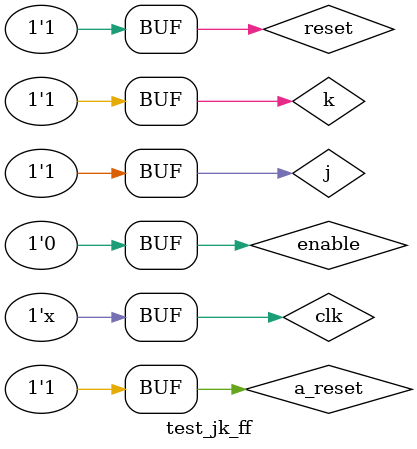
<source format=v>

module test_jk_ff();
  
  reg j;
  reg k;
  reg a_reset;
  reg reset;
  reg enable;
  reg clk;
  wire q, q_bar;  
  
  jk_ff testing(q, q_bar, j, k, a_reset, reset, enable, clk);
  //jk_ff_structural testing(q, q_bar, j, k, a_reset, reset, enable, clk);
  
  initial begin
    //Initial parameters
    clk = 0;
    reset = 1;
    a_reset = 1;
    enable = 1;
    #200
    
    //Testing j = 0, k = 0
    j = 0;
    k = 0;
    #100
    
    //Testing j = 0, k = 1
    j = 0;
    k = 1;
    #100
    
    //Testing j = 1, k = 0
    j = 1;
    k = 0;
    #100
    
    //Testing j = 1, k = 1
    j = 1;
    k = 1;
    #100
    
    //Testing reset 
    reset = 0;
    a_reset = 1;
    enable = 1;
    #100
    
    //Testing a_reset
    reset = 1;
    a_reset = 0;
    enable = 1;
    #100
    
    //Testing enable
    reset = 1;
    a_reset = 1;
    enable = 0;
  end
  
  //Clock
  always begin
    #30 clk = ~clk;
  end
  
endmodule




</source>
